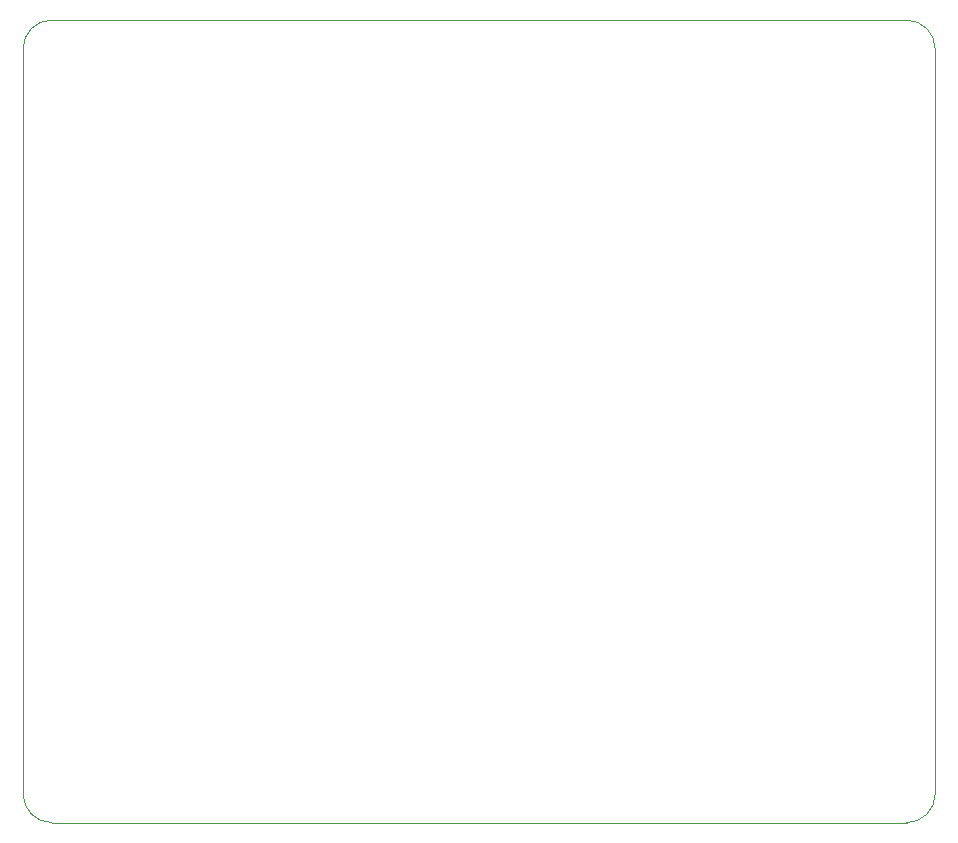
<source format=gm1>
%TF.GenerationSoftware,KiCad,Pcbnew,8.0.7*%
%TF.CreationDate,2024-12-15T20:11:51+01:00*%
%TF.ProjectId,transistor-tester,7472616e-7369-4737-946f-722d74657374,rev?*%
%TF.SameCoordinates,Original*%
%TF.FileFunction,Profile,NP*%
%FSLAX46Y46*%
G04 Gerber Fmt 4.6, Leading zero omitted, Abs format (unit mm)*
G04 Created by KiCad (PCBNEW 8.0.7) date 2024-12-15 20:11:51*
%MOMM*%
%LPD*%
G01*
G04 APERTURE LIST*
%TA.AperFunction,Profile*%
%ADD10C,0.050000*%
%TD*%
G04 APERTURE END LIST*
D10*
X108966000Y-119888000D02*
X108966000Y-56769000D01*
X186182000Y-119888000D02*
G75*
G02*
X183769000Y-122301000I-2413000J0D01*
G01*
X108966000Y-56769000D02*
G75*
G02*
X111379000Y-54356000I2413000J0D01*
G01*
X186182000Y-56769000D02*
X186182000Y-119888000D01*
X183769000Y-54356000D02*
G75*
G02*
X186182000Y-56769000I0J-2413000D01*
G01*
X111379000Y-54356000D02*
X183769000Y-54356000D01*
X111379000Y-122301000D02*
G75*
G02*
X108966000Y-119888000I0J2413000D01*
G01*
X183769000Y-122301000D02*
X111379000Y-122301000D01*
M02*

</source>
